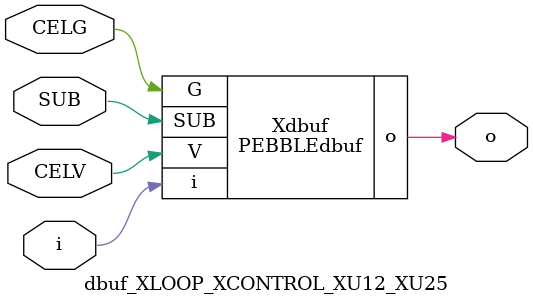
<source format=v>



module PEBBLEdbuf ( o, G, SUB, V, i );

  input V;
  input i;
  input G;
  output o;
  input SUB;
endmodule

//Celera Confidential Do Not Copy dbuf_XLOOP_XCONTROL_XU12_XU25
//Celera Confidential Symbol Generator
//Digital Buffer
module dbuf_XLOOP_XCONTROL_XU12_XU25 (CELV,CELG,i,o,SUB);
input CELV;
input CELG;
input i;
input SUB;
output o;

//Celera Confidential Do Not Copy dbuf
PEBBLEdbuf Xdbuf(
.V (CELV),
.i (i),
.o (o),
.SUB (SUB),
.G (CELG)
);
//,diesize,PEBBLEdbuf

//Celera Confidential Do Not Copy Module End
//Celera Schematic Generator
endmodule

</source>
